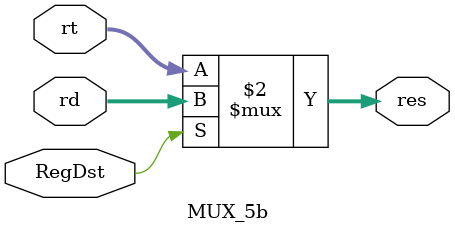
<source format=v>
`timescale 1ns / 1ps

module MUX_5b(
      input RegDst,
      input [4:0] rt,
      input [4:0] rd,
      output [4:0] res
    );
    assign res = RegDst==0?rt:rd;
endmodule

</source>
